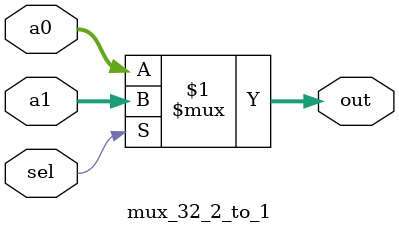
<source format=v>
`timescale 1ns / 1ps
module mux_32_2_to_1(
	input [31:0] a0,
	input [31:0] a1,
	input sel,
	output [31:0] out
    );
	assign out = (sel)? a1 : a0;
endmodule

</source>
